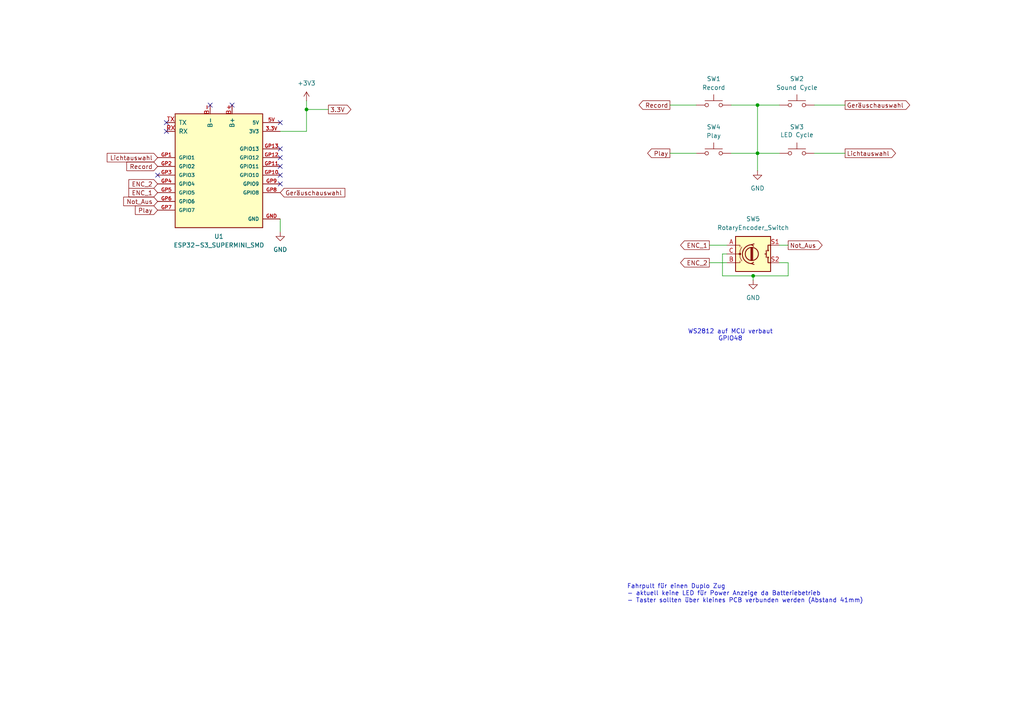
<source format=kicad_sch>
(kicad_sch (version 20250114) (generator "eeschema") (generator_version "9.0")
  (paper "A4")
  (lib_symbols
    (symbol "Device:RotaryEncoder_Switch" (pin_names (offset 0.254) (hide yes))
      (property "Reference" "SW" (at 0 6.604 0))
      (property "Value" "RotaryEncoder_Switch" (at 0 -6.604 0))
      (symbol "RotaryEncoder_Switch_0_1"
        (rectangle (start -5.08 5.08) (end 5.08 -5.08) (stroke (width 0.254)) (fill (type background)))
        (polyline (pts (xy -5.08 2.54) (xy -3.81 2.54) (xy -3.81 2.032)))
        (polyline (pts (xy -5.08 0) (xy -3.81 0) (xy -3.81 -1.016) (xy -3.302 -2.032)))
        (polyline (pts (xy -5.08 -2.54) (xy -3.81 -2.54) (xy -3.81 -2.032)))
        (polyline (pts (xy -4.318 0) (xy -3.81 0) (xy -3.81 1.016) (xy -3.302 2.032)))
        (circle (center -3.81 0) (radius 0.254) (fill (type outline)))
        (polyline (pts (xy -0.635 -1.778) (xy -0.635 1.778)) (stroke (width 0.254)))
        (circle (center -0.381 0) (radius 1.905) (stroke (width 0.254)))
        (polyline (pts (xy -0.381 -1.778) (xy -0.381 1.778)) (stroke (width 0.254)))
        (arc (start -0.381 -2.794) (mid -3.0988 -0.0635) (end -0.381 2.667) (stroke (width 0.254)))
        (polyline (pts (xy -0.127 1.778) (xy -0.127 -1.778)) (stroke (width 0.254)))
        (polyline (pts (xy 0.254 2.921) (xy -0.508 2.667) (xy 0.127 2.286)) (stroke (width 0.254)))
        (polyline (pts (xy 0.254 -3.048) (xy -0.508 -2.794) (xy 0.127 -2.413)) (stroke (width 0.254)))
        (polyline (pts (xy 3.81 1.016) (xy 3.81 -1.016)) (stroke (width 0.254)))
        (polyline (pts (xy 3.81 0) (xy 3.429 0)) (stroke (width 0.254)))
        (circle (center 4.318 1.016) (radius 0.127) (stroke (width 0.254)))
        (circle (center 4.318 -1.016) (radius 0.127) (stroke (width 0.254)))
        (polyline (pts (xy 5.08 2.54) (xy 4.318 2.54) (xy 4.318 1.016)) (stroke (width 0.254)))
        (polyline (pts (xy 5.08 -2.54) (xy 4.318 -2.54) (xy 4.318 -1.016)) (stroke (width 0.254)))
      )
      (symbol "RotaryEncoder_Switch_1_1"
        (pin passive line (at -7.62 2.54 0) (length 2.54) (name "A") (number "A"))
        (pin passive line (at -7.62 0 0) (length 2.54) (name "C") (number "C"))
        (pin passive line (at -7.62 -2.54 0) (length 2.54) (name "B") (number "B"))
        (pin passive line (at 7.62 2.54 180) (length 2.54) (name "S1") (number "S1"))
        (pin passive line (at 7.62 -2.54 180) (length 2.54) (name "S2") (number "S2"))
      )
    )
    (symbol "ESP32-S3_SUPERMINI_SMD:ESP32-S3_SUPERMINI_SMD" (pin_names (offset 1.016))
      (property "Reference" "U" (at -12.7 16.002 0))
      (property "Value" "ESP32-S3_SUPERMINI_SMD" (at -12.7 -20.32 0))
      (symbol "ESP32-S3_SUPERMINI_SMD_0_0"
        (rectangle (start -12.7 15.24) (end 12.7 -17.78) (stroke (width 0.254)) (fill (type background)))
        (pin bidirectional line (at -17.78 2.54 0) (length 5.08) (name "GPIO1") (number "GP1"))
        (pin bidirectional line (at -17.78 0 0) (length 5.08) (name "GPIO2") (number "GP2"))
        (pin bidirectional line (at -17.78 -2.54 0) (length 5.08) (name "GPIO3") (number "GP3"))
        (pin bidirectional line (at -17.78 -5.08 0) (length 5.08) (name "GPIO4") (number "GP4"))
        (pin bidirectional line (at -17.78 -7.62 0) (length 5.08) (name "GPIO5") (number "GP5"))
        (pin bidirectional line (at -17.78 -10.16 0) (length 5.08) (name "GPIO6") (number "GP6"))
        (pin bidirectional line (at -17.78 -12.7 0) (length 5.08) (name "GPIO7") (number "GP7"))
        (pin power_in line (at 17.78 12.7 180) (length 5.08) (name "5V") (number "5V"))
      )
      (symbol "ESP32-S3_SUPERMINI_SMD_1_0"
        (pin bidirectional line (at -15.24 12.7 0) (length 2.54) (name "TX") (number "TX"))
        (pin bidirectional line (at -15.24 10.16 0) (length 2.54) (name "RX") (number "RX"))
        (pin power_in line (at -2.54 17.78 270) (length 2.54) (name "B-") (number "B-"))
        (pin power_in line (at 3.81 17.78 270) (length 2.54) (name "B+") (number "B+"))
        (pin power_in line (at 17.78 10.16 180) (length 5.08) (name "3V3") (number "3.3V"))
        (pin bidirectional line (at 17.78 5.08 180) (length 5.08) (name "GPIO13") (number "GP13"))
        (pin bidirectional line (at 17.78 2.54 180) (length 5.08) (name "GPIO12") (number "GP12"))
        (pin bidirectional line (at 17.78 0 180) (length 5.08) (name "GPIO11") (number "GP11"))
        (pin bidirectional line (at 17.78 -2.54 180) (length 5.08) (name "GPIO10") (number "GP10"))
        (pin bidirectional line (at 17.78 -5.08 180) (length 5.08) (name "GPIO9") (number "GP9"))
        (pin bidirectional line (at 17.78 -7.62 180) (length 5.08) (name "GPIO8") (number "GP8"))
        (pin power_in line (at 17.78 -15.24 180) (length 5.08) (name "GND") (number "GND"))
      )
    )
    (symbol "Switch:SW_Push" (pin_numbers (hide yes)) (pin_names (offset 1.016) (hide yes))
      (property "Reference" "SW" (at 1.27 2.54 0))
      (property "Value" "SW_Push" (at 0 -1.524 0))
      (symbol "SW_Push_0_1"
        (circle (center -2.032 0) (radius 0.508))
        (polyline (pts (xy 0 1.27) (xy 0 3.048)))
        (circle (center 2.032 0) (radius 0.508))
        (polyline (pts (xy 2.54 1.27) (xy -2.54 1.27)))
        (pin passive line (at -5.08 0 0) (length 2.54) (name "1") (number "1"))
        (pin passive line (at 5.08 0 180) (length 2.54) (name "2") (number "2"))
      )
    )
    (symbol "power:+3V3" (power) (pin_numbers (hide yes)) (pin_names (offset 0) (hide yes))
      (property "Value" "+3V3" (at 0 3.556 0))
      (symbol "+3V3_0_1"
        (polyline (pts (xy -0.762 1.27) (xy 0 2.54)))
        (polyline (pts (xy 0 2.54) (xy 0.762 1.27)))
        (polyline (pts (xy 0 0) (xy 0 2.54)))
      )
      (symbol "+3V3_1_1"
        (pin power_in line (at 0 0 90) (length 0) (name "~") (number "1"))
      )
    )
    (symbol "power:GND" (power) (pin_numbers (hide yes)) (pin_names (offset 0) (hide yes))
      (property "Value" "GND" (at 0 -3.81 0))
      (symbol "GND_0_1"
        (polyline (pts (xy 0 0) (xy 0 -1.27) (xy 1.27 -1.27) (xy 0 -2.54) (xy -1.27 -1.27) (xy 0 -1.27)))
      )
      (symbol "GND_1_1"
        (pin power_in line (at 0 0 270) (length 0) (name "~") (number "1"))
      )
    )
  )
  (text "Fahrpult für einen Duplo Zug\n- aktuell keine LED für Power Anzeige da Batteriebetrieb\n- Taster sollten über kleines PCB verbunden werden (Abstand 41mm)" (at 181.864 172.212 0) (effects (font (size 1.27 1.27)) (justify left)))
  (text "WS2812 auf MCU verbaut\nGPIO48" (at 211.836 97.282 0) (effects (font (size 1.27 1.27))))
  (junction (at 218.44 80.01))
  (junction (at 88.9 31.75))
  (junction (at 219.71 30.48))
  (junction (at 219.71 44.45))
  (no_connect (at 81.28 50.8))
  (no_connect (at 81.28 45.72))
  (no_connect (at 81.28 53.34))
  (no_connect (at 60.96 30.48))
  (no_connect (at 67.31 30.48))
  (no_connect (at 48.26 35.56))
  (no_connect (at 81.28 48.26))
  (no_connect (at 45.72 50.8))
  (no_connect (at 48.26 38.1))
  (no_connect (at 81.28 43.18))
  (no_connect (at 81.28 35.56))
  (wire (pts (xy 219.71 30.48) (xy 226.06 30.48)))
  (wire (pts (xy 88.9 29.21) (xy 88.9 31.75)))
  (wire (pts (xy 212.09 30.48) (xy 219.71 30.48)))
  (wire (pts (xy 210.82 73.66) (xy 209.55 73.66)))
  (wire (pts (xy 205.74 71.12) (xy 210.82 71.12)))
  (wire (pts (xy 209.55 80.01) (xy 218.44 80.01)))
  (wire (pts (xy 81.28 38.1) (xy 88.9 38.1)))
  (wire (pts (xy 245.11 44.45) (xy 236.22 44.45)))
  (wire (pts (xy 245.11 30.48) (xy 236.22 30.48)))
  (wire (pts (xy 226.06 76.2) (xy 228.6 76.2)))
  (wire (pts (xy 218.44 81.28) (xy 218.44 80.01)))
  (wire (pts (xy 205.74 76.2) (xy 210.82 76.2)))
  (wire (pts (xy 194.31 30.48) (xy 201.93 30.48)))
  (wire (pts (xy 219.71 44.45) (xy 219.71 49.53)))
  (wire (pts (xy 219.71 30.48) (xy 219.71 44.45)))
  (wire (pts (xy 88.9 38.1) (xy 88.9 31.75)))
  (wire (pts (xy 194.31 44.45) (xy 201.93 44.45)))
  (wire (pts (xy 226.06 71.12) (xy 228.6 71.12)))
  (wire (pts (xy 212.09 44.45) (xy 219.71 44.45)))
  (wire (pts (xy 81.28 63.5) (xy 81.28 67.31)))
  (wire (pts (xy 218.44 80.01) (xy 228.6 80.01)))
  (wire (pts (xy 209.55 73.66) (xy 209.55 80.01)))
  (wire (pts (xy 219.71 44.45) (xy 226.06 44.45)))
  (wire (pts (xy 88.9 31.75) (xy 95.25 31.75)))
  (wire (pts (xy 228.6 76.2) (xy 228.6 80.01)))
  (global_label "Not_Aus" (shape input) (at 45.72 58.42 180) (property "Intersheetrefs" "${INTERSHEET_REFS}" (effects (hide yes))))
  (global_label "ENC_1" (shape output) (at 205.74 71.12 180) (property "Intersheetrefs" "${INTERSHEET_REFS}" (effects (hide yes))))
  (global_label "Geräuschauswahl" (shape output) (at 245.11 30.48 0) (property "Intersheetrefs" "${INTERSHEET_REFS}" (effects (hide yes))))
  (global_label "Geräuschauswahl" (shape input) (at 81.28 55.88 0) (property "Intersheetrefs" "${INTERSHEET_REFS}" (effects (hide yes))))
  (global_label "Lichtauswahl" (shape output) (at 245.11 44.45 0) (property "Intersheetrefs" "${INTERSHEET_REFS}" (effects (hide yes))))
  (global_label "ENC_2" (shape output) (at 205.74 76.2 180) (property "Intersheetrefs" "${INTERSHEET_REFS}" (effects (hide yes))))
  (global_label "Record" (shape output) (at 194.31 30.48 180) (property "Intersheetrefs" "${INTERSHEET_REFS}" (effects (hide yes))))
  (global_label "Record" (shape input) (at 45.72 48.26 180) (property "Intersheetrefs" "${INTERSHEET_REFS}" (effects (hide yes))))
  (global_label "Lichtauswahl" (shape input) (at 45.72 45.72 180) (property "Intersheetrefs" "${INTERSHEET_REFS}" (effects (hide yes))))
  (global_label "Not_Aus" (shape output) (at 228.6 71.12 0) (property "Intersheetrefs" "${INTERSHEET_REFS}" (effects (hide yes))))
  (global_label "ENC_1" (shape input) (at 45.72 55.88 180) (property "Intersheetrefs" "${INTERSHEET_REFS}" (effects (hide yes))))
  (global_label "3.3V" (shape output) (at 95.25 31.75 0) (property "Intersheetrefs" "${INTERSHEET_REFS}" (effects (hide yes))))
  (global_label "Play" (shape input) (at 45.72 60.96 180) (property "Intersheetrefs" "${INTERSHEET_REFS}" (effects (hide yes))))
  (global_label "ENC_2" (shape input) (at 45.72 53.34 180) (property "Intersheetrefs" "${INTERSHEET_REFS}" (effects (hide yes))))
  (global_label "Play" (shape output) (at 194.31 44.45 180) (property "Intersheetrefs" "${INTERSHEET_REFS}" (effects (hide yes))))
  (symbol (lib_id "Switch:SW_Push") (at 231.14 44.45 0) (unit 1)
    (property "Reference" "SW3" (at 231.14 36.83 0))
    (property "Value" "LED Cycle" (at 231.14 39.116 0))
    (property "Footprint" "Button_Switch_SMD:SW_Push_1P1T_NO_CK_KSC6xxJ" (effects (hide yes)))
    (property "Description" "Push button switch, generic, two pins" (effects (hide yes)))
  )
  (symbol (lib_id "power:GND") (at 218.44 81.28 0) (unit 1)
    (property "Reference" "#PWR06" (effects (hide yes)))
    (property "Value" "GND" (at 218.44 86.36 0))
    (property "Description" "Power symbol creates a global label with name \"GND\" , ground" (effects (hide yes)))
  )
  (symbol (lib_id "ESP32-S3_SUPERMINI_SMD:ESP32-S3_SUPERMINI_SMD") (at 63.5 48.26 0) (unit 1)
    (property "Reference" "U1" (at 63.5 68.58 0))
    (property "Value" "ESP32-S3_SUPERMINI_SMD" (at 63.5 71.12 0))
    (property "Footprint" "ESP32-S3_SUPERMINI_SMD:MODULE_ESP32-S3_SUPERMINI_SMD" (effects (hide yes)))
    (property "MF" "Espressif Systems" (effects (hide yes)))
    (property "Description_1" "Super tiny ESP32-S3 board" (effects (hide yes)))
    (property "CREATOR" "DIZAR" (effects (hide yes)))
    (property "Price" "None" (effects (hide yes)))
    (property "Package" "Package" (effects (hide yes)))
    (property "Check_prices" "https://www.snapeda.com/parts/ESP32-C3%20SuperMini_TH/Espressif+Systems/view-part/?ref=eda" (effects (hide yes)))
    (property "STANDARD" "IPC-7351B" (effects (hide yes)))
    (property "SnapEDA_Link" "https://www.snapeda.com/parts/ESP32-C3%20SuperMini_TH/Espressif+Systems/view-part/?ref=snap" (effects (hide yes)))
    (property "MP" "ESP32-C3 SuperMini_TH" (effects (hide yes)))
    (property "Availability" "Not in stock" (effects (hide yes)))
    (property "MANUFACTURER" "Espressif Systems" (effects (hide yes)))
  )
  (symbol (lib_id "power:GND") (at 219.71 49.53 0) (unit 1)
    (property "Reference" "#PWR04" (effects (hide yes)))
    (property "Value" "GND" (at 219.71 54.61 0))
    (property "Description" "Power symbol creates a global label with name \"GND\" , ground" (effects (hide yes)))
  )
  (symbol (lib_id "Switch:SW_Push") (at 207.01 30.48 0) (unit 1)
    (property "Reference" "SW1" (at 207.01 22.86 0))
    (property "Value" "Record" (at 207.01 25.4 0))
    (property "Footprint" "Button_Switch_SMD:SW_Push_1P1T_NO_CK_KSC6xxJ" (effects (hide yes)))
    (property "Description" "Push button switch, generic, two pins" (effects (hide yes)))
  )
  (symbol (lib_id "Switch:SW_Push") (at 207.01 44.45 0) (unit 1)
    (property "Reference" "SW4" (at 207.01 36.83 0))
    (property "Value" "Play" (at 207.01 39.37 0))
    (property "Footprint" "Button_Switch_SMD:SW_Push_1P1T_NO_CK_KSC6xxJ" (effects (hide yes)))
    (property "Description" "Push button switch, generic, two pins" (effects (hide yes)))
  )
  (symbol (lib_id "power:GND") (at 81.28 67.31 0) (unit 1)
    (property "Reference" "#PWR05" (effects (hide yes)))
    (property "Value" "GND" (at 81.28 72.39 0))
    (property "Description" "Power symbol creates a global label with name \"GND\" , ground" (effects (hide yes)))
  )
  (symbol (lib_id "power:+3V3") (at 88.9 29.21 0) (unit 1)
    (property "Reference" "#PWR03" (effects (hide yes)))
    (property "Value" "+3V3" (at 88.9 24.13 0))
    (property "Description" "Power symbol creates a global label with name \"+3V3\"" (effects (hide yes)))
  )
  (symbol (lib_id "Switch:SW_Push") (at 231.14 30.48 0) (unit 1)
    (property "Reference" "SW2" (at 231.14 22.86 0))
    (property "Value" "Sound Cycle" (at 231.14 25.4 0))
    (property "Footprint" "Button_Switch_SMD:SW_Push_1P1T_NO_CK_KSC6xxJ" (effects (hide yes)))
    (property "Description" "Push button switch, generic, two pins" (effects (hide yes)))
  )
  (symbol (lib_id "Device:RotaryEncoder_Switch") (at 218.44 73.66 0) (unit 1)
    (property "Reference" "SW5" (at 218.44 63.5 0))
    (property "Value" "RotaryEncoder_Switch" (at 218.44 66.04 0))
    (property "Footprint" "Rotary_Encoder:RotaryEncoder_Bourns_Vertical_PEC12R-3x17F-Sxxxx" (effects (hide yes)))
    (property "Description" "Rotary encoder, dual channel, incremental quadrate outputs, with switch" (effects (hide yes)))
  )
)
</source>
